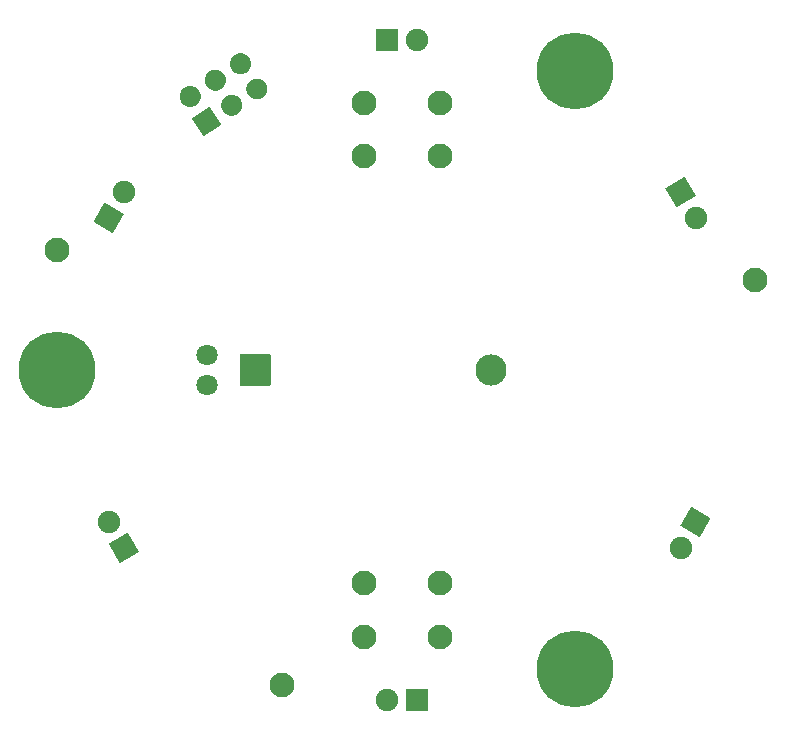
<source format=gbr>
G04 #@! TF.GenerationSoftware,KiCad,Pcbnew,(5.1.10)-1*
G04 #@! TF.CreationDate,2021-07-11T13:09:49-07:00*
G04 #@! TF.ProjectId,NightLight,4e696768-744c-4696-9768-742e6b696361,rev?*
G04 #@! TF.SameCoordinates,Original*
G04 #@! TF.FileFunction,Soldermask,Bot*
G04 #@! TF.FilePolarity,Negative*
%FSLAX46Y46*%
G04 Gerber Fmt 4.6, Leading zero omitted, Abs format (unit mm)*
G04 Created by KiCad (PCBNEW (5.1.10)-1) date 2021-07-11 13:09:49*
%MOMM*%
%LPD*%
G01*
G04 APERTURE LIST*
%ADD10C,6.500000*%
%ADD11C,2.640000*%
%ADD12C,1.801800*%
%ADD13C,1.900000*%
%ADD14C,2.100000*%
G04 APERTURE END LIST*
G36*
G01*
X-13190185Y25161603D02*
X-13190185Y25161603D01*
G75*
G02*
X-14435164Y25426232I-490175J754804D01*
G01*
X-14435164Y25426232D01*
G75*
G02*
X-14170535Y26671211I754804J490175D01*
G01*
X-14170535Y26671211D01*
G75*
G02*
X-12925556Y26406582I490175J-754804D01*
G01*
X-12925556Y26406582D01*
G75*
G02*
X-13190185Y25161603I-754804J-490175D01*
G01*
G37*
G36*
G01*
X-11806802Y23031379D02*
X-11806802Y23031379D01*
G75*
G02*
X-13051781Y23296008I-490175J754804D01*
G01*
X-13051781Y23296008D01*
G75*
G02*
X-12787152Y24540987I754804J490175D01*
G01*
X-12787152Y24540987D01*
G75*
G02*
X-11542173Y24276358I490175J-754804D01*
G01*
X-11542173Y24276358D01*
G75*
G02*
X-11806802Y23031379I-754804J-490175D01*
G01*
G37*
G36*
G01*
X-15320408Y23778219D02*
X-15320408Y23778219D01*
G75*
G02*
X-16565387Y24042848I-490175J754804D01*
G01*
X-16565387Y24042848D01*
G75*
G02*
X-16300758Y25287827I754804J490175D01*
G01*
X-16300758Y25287827D01*
G75*
G02*
X-15055779Y25023198I490175J-754804D01*
G01*
X-15055779Y25023198D01*
G75*
G02*
X-15320408Y23778219I-754804J-490175D01*
G01*
G37*
G36*
G01*
X-13937025Y21647996D02*
X-13937025Y21647996D01*
G75*
G02*
X-15182004Y21912625I-490175J754804D01*
G01*
X-15182004Y21912625D01*
G75*
G02*
X-14917375Y23157604I754804J490175D01*
G01*
X-14917375Y23157604D01*
G75*
G02*
X-13672396Y22892975I490175J-754804D01*
G01*
X-13672396Y22892975D01*
G75*
G02*
X-13937025Y21647996I-754804J-490175D01*
G01*
G37*
G36*
G01*
X-17450631Y22394836D02*
X-17450631Y22394836D01*
G75*
G02*
X-18695610Y22659465I-490175J754804D01*
G01*
X-18695610Y22659465D01*
G75*
G02*
X-18430981Y23904444I754804J490175D01*
G01*
X-18430981Y23904444D01*
G75*
G02*
X-17186002Y23639815I490175J-754804D01*
G01*
X-17186002Y23639815D01*
G75*
G02*
X-17450631Y22394836I-754804J-490175D01*
G01*
G37*
G36*
G01*
X-15354378Y20727556D02*
X-16780118Y19801670D01*
G75*
G02*
X-16849284Y19816372I-27232J41934D01*
G01*
X-17775170Y21242112D01*
G75*
G02*
X-17760468Y21311278I41934J27232D01*
G01*
X-16334728Y22237164D01*
G75*
G02*
X-16265562Y22222462I27232J-41934D01*
G01*
X-15339676Y20796722D01*
G75*
G02*
X-15354378Y20727556I-41934J-27232D01*
G01*
G37*
D10*
X14655800Y-25298400D03*
X-29210000Y0D03*
X14655800Y25298400D03*
D11*
X7554000Y0D03*
G36*
G01*
X-11176000Y-1320000D02*
X-13716000Y-1320000D01*
G75*
G02*
X-13766000Y-1270000I0J50000D01*
G01*
X-13766000Y1270000D01*
G75*
G02*
X-13716000Y1320000I50000J0D01*
G01*
X-11176000Y1320000D01*
G75*
G02*
X-11126000Y1270000I0J-50000D01*
G01*
X-11126000Y-1270000D01*
G75*
G02*
X-11176000Y-1320000I-50000J0D01*
G01*
G37*
D12*
X-16510000Y1270000D03*
X-16510000Y-1270000D03*
D13*
X-23571200Y15069852D03*
G36*
G01*
X-24536777Y11597424D02*
X-26095623Y12497424D01*
G75*
G02*
X-26113924Y12565725I25000J43301D01*
G01*
X-25213924Y14124571D01*
G75*
G02*
X-25145623Y14142872I43301J-25000D01*
G01*
X-23586777Y13242872D01*
G75*
G02*
X-23568476Y13174571I-25000J-43301D01*
G01*
X-24468476Y11615725D01*
G75*
G02*
X-24536777Y11597424I-43301J25000D01*
G01*
G37*
X-24841200Y-12870148D03*
G36*
G01*
X-22316777Y-15442576D02*
X-23875623Y-16342576D01*
G75*
G02*
X-23943924Y-16324275I-25000J43301D01*
G01*
X-24843924Y-14765429D01*
G75*
G02*
X-24825623Y-14697128I43301J25000D01*
G01*
X-23266777Y-13797128D01*
G75*
G02*
X-23198476Y-13815429I25000J-43301D01*
G01*
X-22298476Y-15374275D01*
G75*
G02*
X-22316777Y-15442576I-43301J-25000D01*
G01*
G37*
X-1270000Y-27940000D03*
G36*
G01*
X2220000Y-27040000D02*
X2220000Y-28840000D01*
G75*
G02*
X2170000Y-28890000I-50000J0D01*
G01*
X370000Y-28890000D01*
G75*
G02*
X320000Y-28840000I0J50000D01*
G01*
X320000Y-27040000D01*
G75*
G02*
X370000Y-26990000I50000J0D01*
G01*
X2170000Y-26990000D01*
G75*
G02*
X2220000Y-27040000I0J-50000D01*
G01*
G37*
X23571200Y-15069852D03*
G36*
G01*
X24536777Y-11597424D02*
X26095623Y-12497424D01*
G75*
G02*
X26113924Y-12565725I-25000J-43301D01*
G01*
X25213924Y-14124571D01*
G75*
G02*
X25145623Y-14142872I-43301J25000D01*
G01*
X23586777Y-13242872D01*
G75*
G02*
X23568476Y-13174571I25000J43301D01*
G01*
X24468476Y-11615725D01*
G75*
G02*
X24536777Y-11597424I43301J-25000D01*
G01*
G37*
X24841200Y12870148D03*
G36*
G01*
X22316777Y15442576D02*
X23875623Y16342576D01*
G75*
G02*
X23943924Y16324275I25000J-43301D01*
G01*
X24843924Y14765429D01*
G75*
G02*
X24825623Y14697128I-43301J-25000D01*
G01*
X23266777Y13797128D01*
G75*
G02*
X23198476Y13815429I-25000J43301D01*
G01*
X22298476Y15374275D01*
G75*
G02*
X22316777Y15442576I43301J25000D01*
G01*
G37*
X1279000Y27940000D03*
G36*
G01*
X-2211000Y27040000D02*
X-2211000Y28840000D01*
G75*
G02*
X-2161000Y28890000I50000J0D01*
G01*
X-361000Y28890000D01*
G75*
G02*
X-311000Y28840000I0J-50000D01*
G01*
X-311000Y27040000D01*
G75*
G02*
X-361000Y26990000I-50000J0D01*
G01*
X-2161000Y26990000D01*
G75*
G02*
X-2211000Y27040000I0J50000D01*
G01*
G37*
D14*
X29845000Y7620000D03*
X-10160000Y-26670000D03*
X-29210000Y10160000D03*
X3248800Y18084800D03*
X3248800Y22584800D03*
X-3251200Y18084800D03*
X-3251200Y22584800D03*
X3248800Y-22580600D03*
X3248800Y-18080600D03*
X-3251200Y-22580600D03*
X-3251200Y-18080600D03*
M02*

</source>
